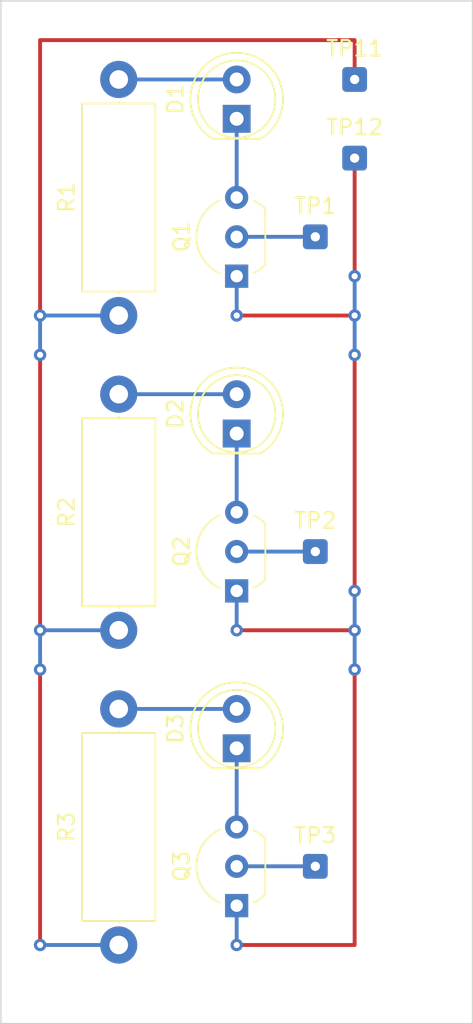
<source format=kicad_pcb>
(kicad_pcb (version 20221018) (generator pcbnew)
  (title_block (title "Traffic Lights") (rev "0"))
  (layers (0 "F.Cu" signal) (31 "B.Cu" signal) (34 "B.Paste" user) (35 "F.Paste" user) (36 "B.SilkS" user "B.Silkscreen") (37 "F.SilkS" user "F.Silkscreen") (38 "B.Mask" user) (39 "F.Mask" user) (44 "Edge.Cuts" user))
  (net 0 "")
  (net 1 "Net-(D1-K)")
  (net 2 "Net-(D1-A)")
  (net 3 "Net-(D2-K)")
  (net 4 "Net-(D2-A)")
  (net 5 "Net-(D3-K)")
  (net 6 "Net-(D3-A)")
  (net 7 "GND")
  (net 8 "Net-(Q1-G)")
  (net 9 "Net-(Q2-G)")
  (net 10 "Net-(Q3-G)")
  (net 11 "VCC")
  (footprint "Resistor_THT:R_Axial_DIN0414_L11.9mm_D4.5mm_P15.24mm_Horizontal" (layer "F.Cu") (at 111.76 111.76 90)
    (fp_text reference "R3" (at 7.62 -3.37 90) (layer "F.SilkS"))
    (fp_text value "330")
    (fp_line (start 1.44 0) (end 1.55 0) (stroke (width 0.12)) (layer "F.SilkS"))
    (fp_line (start 1.55 -2.37) (end 1.55 2.37) (stroke (width 0.12)) (layer "F.SilkS"))
    (fp_line (start 1.55 2.37) (end 13.69 2.37) (stroke (width 0.12)) (layer "F.SilkS"))
    (fp_line (start 13.69 -2.37) (end 1.55 -2.37) (stroke (width 0.12)) (layer "F.SilkS"))
    (fp_line (start 13.69 2.37) (end 13.69 -2.37) (stroke (width 0.12)) (layer "F.SilkS"))
    (fp_line (start 13.8 0) (end 13.69 0) (stroke (width 0.12)) (layer "F.SilkS"))
    (pad "1" thru_hole circle (at 0 0 90) (size 2.4 2.4) (drill 1.2) (layers "*.Cu" "*.Mask") (net 11 "VCC"))
    (pad "2" thru_hole oval (at 15.24 0 90) (size 2.4 2.4) (drill 1.2) (layers "*.Cu" "*.Mask") (net 6 "Net-(D3-A)"))
  )
  (footprint "Package_TO_SOT_THT:TO-92_Inline_Wide" (layer "F.Cu") (at 119.38 68.58 90)
    (fp_text reference "Q1" (at 2.54 -3.56 90) (layer "F.SilkS"))
    (fp_text value "2N7000")
    (fp_line (start 0.74 1.85) (end 4.34 1.85) (stroke (width 0.12)) (layer "F.SilkS"))
    (fp_arc (start 0.1836 -1.098807) (mid 1.143021 -2.192817) (end 2.54 -2.6) (stroke (width 0.12)) (layer "F.SilkS"))
    (fp_arc (start 0.74 1.85) (mid 0.446097 1.509328) (end 0.215816 1.122795) (stroke (width 0.12)) (layer "F.SilkS"))
    (fp_arc (start 2.54 -2.6) (mid 3.936979 -2.192818) (end 4.8964 -1.098807) (stroke (width 0.12)) (layer "F.SilkS"))
    (fp_arc (start 4.864184 1.122795) (mid 4.633903 1.509328) (end 4.34 1.85) (stroke (width 0.12)) (layer "F.SilkS"))
    (pad "1" thru_hole rect (at 0 0 90) (size 1.5 1.5) (drill 0.8) (layers "*.Cu" "*.Mask") (net 7 "GND"))
    (pad "2" thru_hole circle (at 2.54 0 90) (size 1.5 1.5) (drill 0.8) (layers "*.Cu" "*.Mask") (net 8 "Net-(Q1-G)"))
    (pad "3" thru_hole circle (at 5.08 0 90) (size 1.5 1.5) (drill 0.8) (layers "*.Cu" "*.Mask") (net 1 "Net-(D1-K)"))
  )
  (footprint "Connector_Wire:SolderWire-0.1sqmm_1x01_D0.4mm_OD1mm" (layer "F.Cu") (at 127 55.88)
    (fp_text reference "TP11" (at 0 -2) (layer "F.SilkS"))
    (fp_text value "VCC")
    (pad "1" thru_hole roundrect (at 0 0) (size 1.6 1.6) (drill 0.6) (layers "*.Cu" "*.Mask") (roundrect_rratio 0.15625) (net 11 "VCC"))
  )
  (footprint "Connector_Wire:SolderWire-0.1sqmm_1x01_D0.4mm_OD1mm" (layer "F.Cu") (at 124.46 86.36)
    (fp_text reference "TP2" (at 0 -2) (layer "F.SilkS"))
    (fp_text value "YELLOW")
    (pad "1" thru_hole roundrect (at 0 0) (size 1.6 1.6) (drill 0.6) (layers "*.Cu" "*.Mask") (roundrect_rratio 0.15625) (net 9 "Net-(Q2-G)"))
  )
  (footprint "LED_THT:LED_D5.0mm" (layer "F.Cu") (at 119.38 58.42 90)
    (fp_text reference "D1" (at 1.27 -3.96 90) (layer "F.SilkS"))
    (fp_text value "RED")
    (fp_line (start -1.29 -1.545) (end -1.29 1.545) (stroke (width 0.12)) (layer "F.SilkS"))
    (fp_arc (start -1.29 -1.54483) (mid 2.072002 -2.880433) (end 4.26 0.000462) (stroke (width 0.12)) (layer "F.SilkS"))
    (fp_arc (start 4.26 -0.000462) (mid 2.072002 2.880433) (end -1.29 1.54483) (stroke (width 0.12)) (layer "F.SilkS"))
    (fp_circle (center 1.27 0) (end 3.77 0) (stroke (width 0.12)) (fill none) (layer "F.SilkS"))
    (pad "1" thru_hole rect (at 0 0 90) (size 1.8 1.8) (drill 0.9) (layers "*.Cu" "*.Mask") (net 1 "Net-(D1-K)"))
    (pad "2" thru_hole circle (at 2.54 0 90) (size 1.8 1.8) (drill 0.9) (layers "*.Cu" "*.Mask") (net 2 "Net-(D1-A)"))
  )
  (footprint "LED_THT:LED_D5.0mm" (layer "F.Cu") (at 119.38 78.74 90)
    (fp_text reference "D2" (at 1.27 -3.96 90) (layer "F.SilkS"))
    (fp_text value "YELLOW")
    (fp_line (start -1.29 -1.545) (end -1.29 1.545) (stroke (width 0.12)) (layer "F.SilkS"))
    (fp_arc (start -1.29 -1.54483) (mid 2.072002 -2.880433) (end 4.26 0.000462) (stroke (width 0.12)) (layer "F.SilkS"))
    (fp_arc (start 4.26 -0.000462) (mid 2.072002 2.880433) (end -1.29 1.54483) (stroke (width 0.12)) (layer "F.SilkS"))
    (fp_circle (center 1.27 0) (end 3.77 0) (stroke (width 0.12)) (fill none) (layer "F.SilkS"))
    (pad "1" thru_hole rect (at 0 0 90) (size 1.8 1.8) (drill 0.9) (layers "*.Cu" "*.Mask") (net 3 "Net-(D2-K)"))
    (pad "2" thru_hole circle (at 2.54 0 90) (size 1.8 1.8) (drill 0.9) (layers "*.Cu" "*.Mask") (net 4 "Net-(D2-A)"))
  )
  (footprint "LED_THT:LED_D5.0mm" (layer "F.Cu") (at 119.38 99.06 90)
    (fp_text reference "D3" (at 1.27 -3.96 90) (layer "F.SilkS"))
    (fp_text value "GREEN")
    (fp_line (start -1.29 -1.545) (end -1.29 1.545) (stroke (width 0.12)) (layer "F.SilkS"))
    (fp_arc (start -1.29 -1.54483) (mid 2.072002 -2.880433) (end 4.26 0.000462) (stroke (width 0.12)) (layer "F.SilkS"))
    (fp_arc (start 4.26 -0.000462) (mid 2.072002 2.880433) (end -1.29 1.54483) (stroke (width 0.12)) (layer "F.SilkS"))
    (fp_circle (center 1.27 0) (end 3.77 0) (stroke (width 0.12)) (fill none) (layer "F.SilkS"))
    (pad "1" thru_hole rect (at 0 0 90) (size 1.8 1.8) (drill 0.9) (layers "*.Cu" "*.Mask") (net 5 "Net-(D3-K)"))
    (pad "2" thru_hole circle (at 2.54 0 90) (size 1.8 1.8) (drill 0.9) (layers "*.Cu" "*.Mask") (net 6 "Net-(D3-A)"))
  )
  (footprint "Connector_Wire:SolderWire-0.1sqmm_1x01_D0.4mm_OD1mm" (layer "F.Cu") (at 124.46 106.68)
    (fp_text reference "TP3" (at 0 -2) (layer "F.SilkS"))
    (fp_text value "GREEN")
    (pad "1" thru_hole roundrect (at 0 0) (size 1.6 1.6) (drill 0.6) (layers "*.Cu" "*.Mask") (roundrect_rratio 0.15625) (net 10 "Net-(Q3-G)"))
  )
  (footprint "Resistor_THT:R_Axial_DIN0414_L11.9mm_D4.5mm_P15.24mm_Horizontal" (layer "F.Cu") (at 111.76 91.44 90)
    (fp_text reference "R2" (at 7.62 -3.37 90) (layer "F.SilkS"))
    (fp_text value "330")
    (fp_line (start 1.44 0) (end 1.55 0) (stroke (width 0.12)) (layer "F.SilkS"))
    (fp_line (start 1.55 -2.37) (end 1.55 2.37) (stroke (width 0.12)) (layer "F.SilkS"))
    (fp_line (start 1.55 2.37) (end 13.69 2.37) (stroke (width 0.12)) (layer "F.SilkS"))
    (fp_line (start 13.69 -2.37) (end 1.55 -2.37) (stroke (width 0.12)) (layer "F.SilkS"))
    (fp_line (start 13.69 2.37) (end 13.69 -2.37) (stroke (width 0.12)) (layer "F.SilkS"))
    (fp_line (start 13.8 0) (end 13.69 0) (stroke (width 0.12)) (layer "F.SilkS"))
    (pad "1" thru_hole circle (at 0 0 90) (size 2.4 2.4) (drill 1.2) (layers "*.Cu" "*.Mask") (net 11 "VCC"))
    (pad "2" thru_hole oval (at 15.24 0 90) (size 2.4 2.4) (drill 1.2) (layers "*.Cu" "*.Mask") (net 4 "Net-(D2-A)"))
  )
  (footprint "Package_TO_SOT_THT:TO-92_Inline_Wide" (layer "F.Cu") (at 119.38 109.22 90)
    (fp_text reference "Q3" (at 2.54 -3.56 90) (layer "F.SilkS"))
    (fp_text value "2N7000")
    (fp_line (start 0.74 1.85) (end 4.34 1.85) (stroke (width 0.12)) (layer "F.SilkS"))
    (fp_arc (start 0.1836 -1.098807) (mid 1.143021 -2.192817) (end 2.54 -2.6) (stroke (width 0.12)) (layer "F.SilkS"))
    (fp_arc (start 0.74 1.85) (mid 0.446097 1.509328) (end 0.215816 1.122795) (stroke (width 0.12)) (layer "F.SilkS"))
    (fp_arc (start 2.54 -2.6) (mid 3.936979 -2.192818) (end 4.8964 -1.098807) (stroke (width 0.12)) (layer "F.SilkS"))
    (fp_arc (start 4.864184 1.122795) (mid 4.633903 1.509328) (end 4.34 1.85) (stroke (width 0.12)) (layer "F.SilkS"))
    (pad "1" thru_hole rect (at 0 0 90) (size 1.5 1.5) (drill 0.8) (layers "*.Cu" "*.Mask") (net 7 "GND"))
    (pad "2" thru_hole circle (at 2.54 0 90) (size 1.5 1.5) (drill 0.8) (layers "*.Cu" "*.Mask") (net 10 "Net-(Q3-G)"))
    (pad "3" thru_hole circle (at 5.08 0 90) (size 1.5 1.5) (drill 0.8) (layers "*.Cu" "*.Mask") (net 5 "Net-(D3-K)"))
  )
  (footprint "Package_TO_SOT_THT:TO-92_Inline_Wide" (layer "F.Cu") (at 119.38 88.9 90)
    (fp_text reference "Q2" (at 2.54 -3.56 90) (layer "F.SilkS"))
    (fp_text value "2N7000")
    (fp_line (start 0.74 1.85) (end 4.34 1.85) (stroke (width 0.12)) (layer "F.SilkS"))
    (fp_arc (start 0.1836 -1.098807) (mid 1.143021 -2.192817) (end 2.54 -2.6) (stroke (width 0.12)) (layer "F.SilkS"))
    (fp_arc (start 0.74 1.85) (mid 0.446097 1.509328) (end 0.215816 1.122795) (stroke (width 0.12)) (layer "F.SilkS"))
    (fp_arc (start 2.54 -2.6) (mid 3.936979 -2.192818) (end 4.8964 -1.098807) (stroke (width 0.12)) (layer "F.SilkS"))
    (fp_arc (start 4.864184 1.122795) (mid 4.633903 1.509328) (end 4.34 1.85) (stroke (width 0.12)) (layer "F.SilkS"))
    (pad "1" thru_hole rect (at 0 0 90) (size 1.5 1.5) (drill 0.8) (layers "*.Cu" "*.Mask") (net 7 "GND"))
    (pad "2" thru_hole circle (at 2.54 0 90) (size 1.5 1.5) (drill 0.8) (layers "*.Cu" "*.Mask") (net 9 "Net-(Q2-G)"))
    (pad "3" thru_hole circle (at 5.08 0 90) (size 1.5 1.5) (drill 0.8) (layers "*.Cu" "*.Mask") (net 3 "Net-(D2-K)"))
  )
  (footprint "Connector_Wire:SolderWire-0.1sqmm_1x01_D0.4mm_OD1mm" (layer "F.Cu") (at 124.46 66.04)
    (fp_text reference "TP1" (at 0 -2) (layer "F.SilkS"))
    (fp_text value "RED")
    (pad "1" thru_hole roundrect (at 0 0) (size 1.6 1.6) (drill 0.6) (layers "*.Cu" "*.Mask") (roundrect_rratio 0.15625) (net 8 "Net-(Q1-G)"))
  )
  (footprint "Connector_Wire:SolderWire-0.1sqmm_1x01_D0.4mm_OD1mm" (layer "F.Cu") (at 127 60.96)
    (fp_text reference "TP12" (at 0 -2) (layer "F.SilkS"))
    (fp_text value "GND")
    (pad "1" thru_hole roundrect (at 0 0) (size 1.6 1.6) (drill 0.6) (layers "*.Cu" "*.Mask") (roundrect_rratio 0.15625) (net 7 "GND"))
  )
  (footprint "Resistor_THT:R_Axial_DIN0414_L11.9mm_D4.5mm_P15.24mm_Horizontal" (layer "F.Cu") (at 111.76 71.12 90)
    (fp_text reference "R1" (at 7.62 -3.37 90) (layer "F.SilkS"))
    (fp_text value "330")
    (fp_line (start 1.44 0) (end 1.55 0) (stroke (width 0.12)) (layer "F.SilkS"))
    (fp_line (start 1.55 -2.37) (end 1.55 2.37) (stroke (width 0.12)) (layer "F.SilkS"))
    (fp_line (start 1.55 2.37) (end 13.69 2.37) (stroke (width 0.12)) (layer "F.SilkS"))
    (fp_line (start 13.69 -2.37) (end 1.55 -2.37) (stroke (width 0.12)) (layer "F.SilkS"))
    (fp_line (start 13.69 2.37) (end 13.69 -2.37) (stroke (width 0.12)) (layer "F.SilkS"))
    (fp_line (start 13.8 0) (end 13.69 0) (stroke (width 0.12)) (layer "F.SilkS"))
    (pad "1" thru_hole circle (at 0 0 90) (size 2.4 2.4) (drill 1.2) (layers "*.Cu" "*.Mask") (net 11 "VCC"))
    (pad "2" thru_hole oval (at 15.24 0 90) (size 2.4 2.4) (drill 1.2) (layers "*.Cu" "*.Mask") (net 2 "Net-(D1-A)"))
  )
  (gr_rect (start 104.14 50.8) (end 134.62 116.84) (stroke (width 0.1)) (fill none) (layer "Edge.Cuts"))
  (segment (start 119.38 58.42) (end 119.38 63.5) (width 0.25) (layer "B.Cu") (net 1))
  (segment (start 111.76 55.88) (end 119.38 55.88) (width 0.25) (layer "B.Cu") (net 2))
  (segment (start 119.38 78.74) (end 119.38 83.82) (width 0.25) (layer "B.Cu") (net 3))
  (segment (start 111.76 76.2) (end 119.38 76.2) (width 0.25) (layer "B.Cu") (net 4))
  (segment (start 119.38 104.14) (end 119.38 99.06) (width 0.25) (layer "B.Cu") (net 5))
  (segment (start 111.76 96.52) (end 119.38 96.52) (width 0.25) (layer "B.Cu") (net 6))
  (segment (start 127 93.98) (end 127 111.76) (width 0.25) (layer "F.Cu") (net 7))
  (segment (start 127 91.44) (end 119.38 91.44) (width 0.25) (layer "F.Cu") (net 7))
  (segment (start 127 111.76) (end 119.38 111.76) (width 0.25) (layer "F.Cu") (net 7))
  (segment (start 127 71.12) (end 119.38 71.12) (width 0.25) (layer "F.Cu") (net 7))
  (segment (start 127 60.96) (end 127 68.58) (width 0.25) (layer "F.Cu") (net 7))
  (segment (start 127 73.66) (end 127 88.9) (width 0.25) (layer "F.Cu") (net 7))
  (via (at 127 93.98) (size 0.8) (drill 0.4) (layers "F.Cu" "B.Cu") (net 7))
  (via (at 119.38 71.12) (size 0.8) (drill 0.4) (layers "F.Cu" "B.Cu") (net 7))
  (via (at 127 73.66) (size 0.8) (drill 0.4) (layers "F.Cu" "B.Cu") (net 7))
  (via (at 119.38 111.76) (size 0.8) (drill 0.4) (layers "F.Cu" "B.Cu") (net 7))
  (via (at 127 91.44) (size 0.8) (drill 0.4) (layers "F.Cu" "B.Cu") (net 7))
  (via (at 127 88.9) (size 0.8) (drill 0.4) (layers "F.Cu" "B.Cu") (net 7))
  (via (at 119.38 91.44) (size 0.8) (drill 0.4) (layers "F.Cu" "B.Cu") (net 7))
  (via (at 127 71.12) (size 0.8) (drill 0.4) (layers "F.Cu" "B.Cu") (net 7))
  (via (at 127 68.58) (size 0.8) (drill 0.4) (layers "F.Cu" "B.Cu") (net 7))
  (segment (start 119.38 71.12) (end 119.38 68.58) (width 0.25) (layer "B.Cu") (net 7))
  (segment (start 119.38 111.76) (end 119.38 109.22) (width 0.25) (layer "B.Cu") (net 7))
  (segment (start 119.38 91.44) (end 119.38 88.9) (width 0.25) (layer "B.Cu") (net 7))
  (segment (start 127 68.58) (end 127 71.12) (width 0.25) (layer "B.Cu") (net 7))
  (segment (start 127 91.44) (end 127 93.98) (width 0.25) (layer "B.Cu") (net 7))
  (segment (start 127 88.9) (end 127 91.44) (width 0.25) (layer "B.Cu") (net 7))
  (segment (start 127 71.12) (end 127 73.66) (width 0.25) (layer "B.Cu") (net 7))
  (segment (start 119.38 66.04) (end 124.46 66.04) (width 0.25) (layer "B.Cu") (net 8))
  (segment (start 119.38 86.36) (end 124.46 86.36) (width 0.25) (layer "B.Cu") (net 9))
  (segment (start 119.38 106.68) (end 124.46 106.68) (width 0.25) (layer "B.Cu") (net 10))
  (segment (start 106.68 73.66) (end 106.68 91.44) (width 0.25) (layer "F.Cu") (net 11))
  (segment (start 106.68 53.34) (end 127 53.34) (width 0.25) (layer "F.Cu") (net 11))
  (segment (start 126 55.143604) (end 126 55.88) (width 0) (layer "F.Cu") (net 11))
  (segment (start 106.68 71.12) (end 106.68 53.34) (width 0.25) (layer "F.Cu") (net 11))
  (segment (start 106.68 93.98) (end 106.68 111.76) (width 0.25) (layer "F.Cu") (net 11))
  (segment (start 127 53.34) (end 127 55.88) (width 0.25) (layer "F.Cu") (net 11))
  (via (at 106.68 111.76) (size 0.8) (drill 0.4) (layers "F.Cu" "B.Cu") (net 11))
  (via (at 106.68 71.12) (size 0.8) (drill 0.4) (layers "F.Cu" "B.Cu") (net 11))
  (via (at 106.68 93.98) (size 0.8) (drill 0.4) (layers "F.Cu" "B.Cu") (net 11))
  (via (at 106.68 91.44) (size 0.8) (drill 0.4) (layers "F.Cu" "B.Cu") (net 11))
  (via (at 106.68 73.66) (size 0.8) (drill 0.4) (layers "F.Cu" "B.Cu") (net 11))
  (segment (start 106.68 71.12) (end 111.76 71.12) (width 0.25) (layer "B.Cu") (net 11))
  (segment (start 106.68 91.44) (end 106.68 93.98) (width 0.25) (layer "B.Cu") (net 11))
  (segment (start 106.68 91.44) (end 111.76 91.44) (width 0.25) (layer "B.Cu") (net 11))
  (segment (start 106.68 71.12) (end 106.68 73.66) (width 0.25) (layer "B.Cu") (net 11))
  (segment (start 106.68 111.76) (end 111.76 111.76) (width 0.25) (layer "B.Cu") (net 11))
)
</source>
